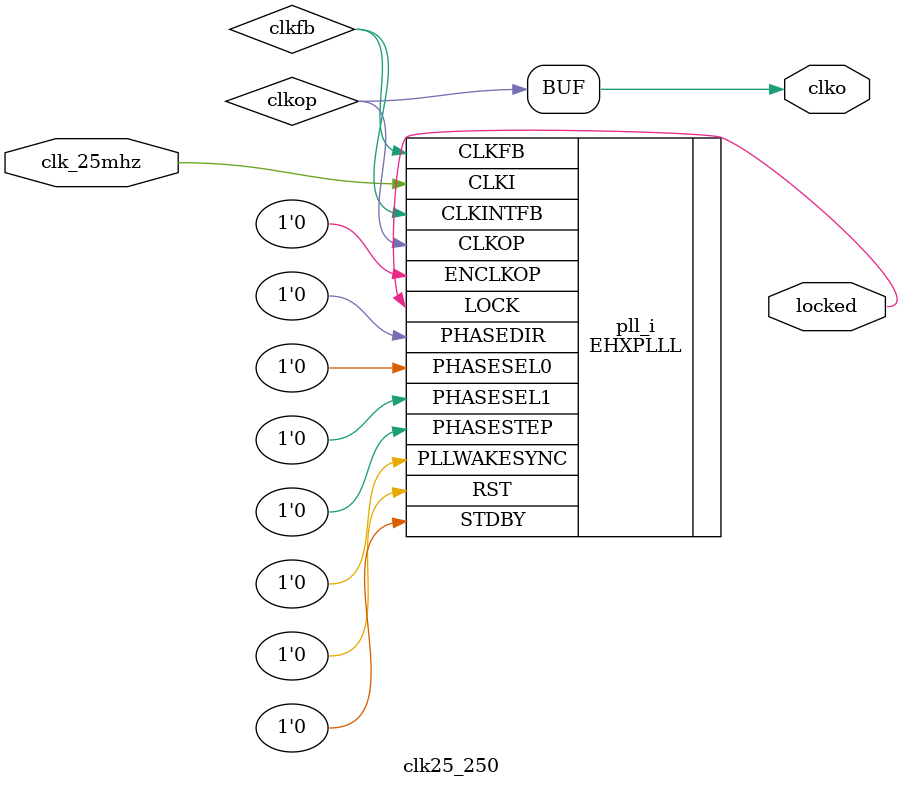
<source format=v>
module clk25_250(input clk_25mhz, 
    output locked,
    output clko
);
wire clkfb;
wire clkos;
wire clkop;
(* ICP_CURRENT="12" *) (* LPF_RESISTOR="8" *) (* MFG_ENABLE_FILTEROPAMP="1" *) (* MFG_GMCREF_SEL="2" *)
EHXPLLL #(
        .PLLRST_ENA("DISABLED"),
        .INTFB_WAKE("DISABLED"),
        .STDBY_ENABLE("DISABLED"),
        .DPHASE_SOURCE("DISABLED"),
        .CLKOP_FPHASE(0),
        .CLKOP_CPHASE(0),
        .OUTDIVIDER_MUXA("DIVA"),
        .CLKOP_ENABLE("ENABLED"),
        .CLKOP_DIV(2),
        .CLKFB_DIV(10),
        .CLKI_DIV(1),
        .FEEDBK_PATH("INT_OP")
    ) pll_i (
        .CLKI(clk_25mhz),
        .CLKFB(clkfb),
        .CLKINTFB(clkfb),
        .CLKOP(clkop),
        .RST(1'b0),
        .STDBY(1'b0),
        .PHASESEL0(1'b0),
        .PHASESEL1(1'b0),
        .PHASEDIR(1'b0),
        .PHASESTEP(1'b0),
        .PLLWAKESYNC(1'b0),
        .ENCLKOP(1'b0),
        .LOCK(locked)
	);
assign clko = clkop;
endmodule

</source>
